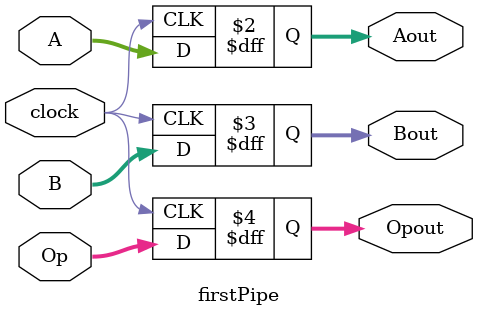
<source format=v>
module firstPipe(Aout, Bout, Opout, clock, A, B, Op);
	output [3:0] Aout, Bout;
	output [2:0] Opout;
	input [3:0] A, B;
	input [2:0] Op;
	input clock;
	reg [3:0] Aout, Bout;
	reg [2:0] Opout;
	always @(posedge clock)
	begin
		Aout <= A;
		Bout <= B;
		Opout <= Op;
	end
endmodule
</source>
